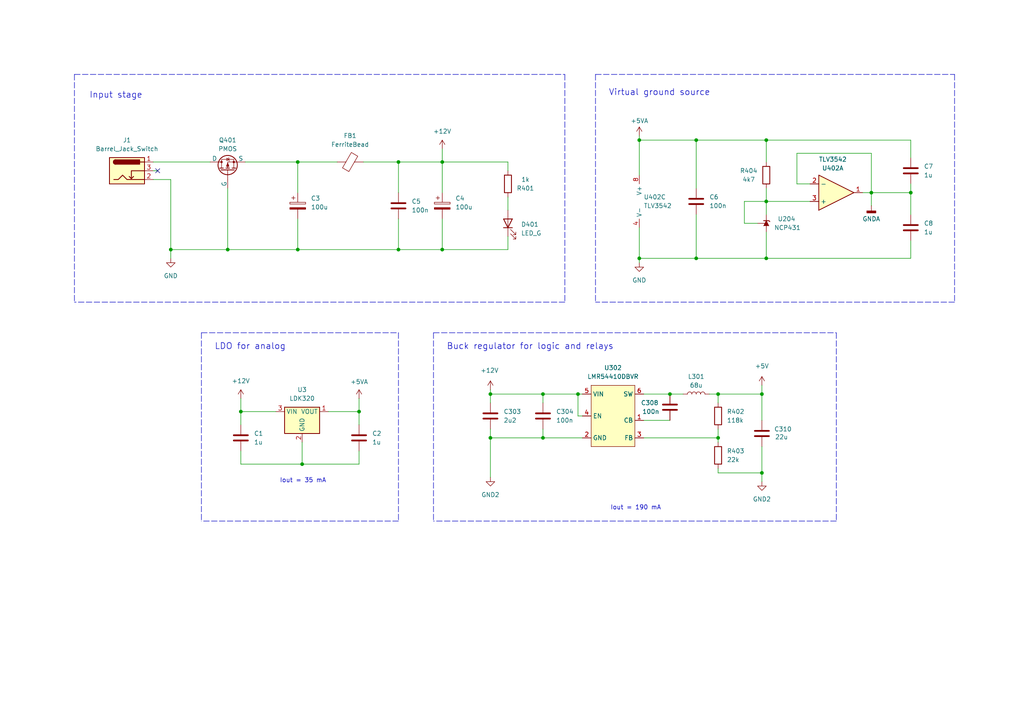
<source format=kicad_sch>
(kicad_sch (version 20250114) (generator "eeschema") (generator_version "9.0")
  (paper "A4")
  (lib_symbols
    (symbol "Connector:Barrel_Jack_Switch" (pin_names (hide yes))
      (property "Reference" "J" (at 0 5.334 0))
      (property "Value" "Barrel_Jack_Switch" (at 0 -5.08 0))
      (symbol "Barrel_Jack_Switch_0_1"
        (rectangle (start -5.08 3.81) (end 5.08 -3.81) (stroke (width 0.254)) (fill (type background)))
        (polyline (pts (xy -3.81 -2.54) (xy -2.54 -2.54) (xy -1.27 -1.27) (xy 0 -2.54) (xy 2.54 -2.54) (xy 5.08 -2.54)) (stroke (width 0.254)))
        (arc (start -3.302 1.905) (mid -3.9343 2.54) (end -3.302 3.175) (stroke (width 0.254)))
        (arc (start -3.302 1.905) (mid -3.9343 2.54) (end -3.302 3.175) (stroke (width 0.254)) (fill (type outline)))
        (polyline (pts (xy 1.27 -2.286) (xy 1.905 -1.651)) (stroke (width 0.254)))
        (rectangle (start 3.683 3.175) (end -3.302 1.905) (stroke (width 0.254)) (fill (type outline)))
        (polyline (pts (xy 5.08 2.54) (xy 3.81 2.54)) (stroke (width 0.254)))
        (polyline (pts (xy 5.08 0) (xy 1.27 0) (xy 1.27 -2.286) (xy 0.635 -1.651)) (stroke (width 0.254)))
      )
      (symbol "Barrel_Jack_Switch_1_1"
        (pin passive line (at 7.62 2.54 180) (length 2.54) (name "~") (number "1"))
        (pin passive line (at 7.62 0 180) (length 2.54) (name "~") (number "3"))
        (pin passive line (at 7.62 -2.54 180) (length 2.54) (name "~") (number "2"))
      )
    )
    (symbol "Device:C" (pin_numbers (hide yes)) (pin_names (offset 0.254))
      (property "Reference" "C" (at 0.635 2.54 0))
      (property "Value" "C" (at 0.635 -2.54 0))
      (symbol "C_0_1"
        (polyline (pts (xy -2.032 0.762) (xy 2.032 0.762)) (stroke (width 0.508)))
        (polyline (pts (xy -2.032 -0.762) (xy 2.032 -0.762)) (stroke (width 0.508)))
      )
      (symbol "C_1_1"
        (pin passive line (at 0 3.81 270) (length 2.794) (name "~") (number "1"))
        (pin passive line (at 0 -3.81 90) (length 2.794) (name "~") (number "2"))
      )
    )
    (symbol "Device:C_Polarized" (pin_numbers (hide yes)) (pin_names (offset 0.254))
      (property "Reference" "C" (at 0.635 2.54 0))
      (property "Value" "C_Polarized" (at 0.635 -2.54 0))
      (symbol "C_Polarized_0_1"
        (rectangle (start -2.286 0.508) (end 2.286 1.016))
        (polyline (pts (xy -1.778 2.286) (xy -0.762 2.286)))
        (polyline (pts (xy -1.27 2.794) (xy -1.27 1.778)))
        (rectangle (start 2.286 -0.508) (end -2.286 -1.016) (fill (type outline)))
      )
      (symbol "C_Polarized_1_1"
        (pin passive line (at 0 3.81 270) (length 2.794) (name "~") (number "1"))
        (pin passive line (at 0 -3.81 90) (length 2.794) (name "~") (number "2"))
      )
    )
    (symbol "Device:FerriteBead" (pin_numbers (hide yes)) (pin_names (offset 0))
      (property "Reference" "FB" (at -3.81 0.635 90))
      (property "Value" "FerriteBead" (at 3.81 0 90))
      (symbol "FerriteBead_0_1"
        (polyline (pts (xy -2.7686 0.4064) (xy -1.7018 2.2606) (xy 2.7686 -0.3048) (xy 1.6764 -2.159) (xy -2.7686 0.4064)))
        (polyline (pts (xy 0 1.27) (xy 0 1.2954)))
        (polyline (pts (xy 0 -1.27) (xy 0 -1.2192)))
      )
      (symbol "FerriteBead_1_1"
        (pin passive line (at 0 3.81 270) (length 2.54) (name "~") (number "1"))
        (pin passive line (at 0 -3.81 90) (length 2.54) (name "~") (number "2"))
      )
    )
    (symbol "Device:L" (pin_numbers (hide yes)) (pin_names (offset 1.016) (hide yes))
      (property "Reference" "L" (at -1.27 0 90))
      (property "Value" "L" (at 1.905 0 90))
      (symbol "L_0_1"
        (arc (start 0 2.54) (mid 0.6323 1.905) (end 0 1.27))
        (arc (start 0 1.27) (mid 0.6323 0.635) (end 0 0))
        (arc (start 0 0) (mid 0.6323 -0.635) (end 0 -1.27))
        (arc (start 0 -1.27) (mid 0.6323 -1.905) (end 0 -2.54))
      )
      (symbol "L_1_1"
        (pin passive line (at 0 3.81 270) (length 1.27) (name "1") (number "1"))
        (pin passive line (at 0 -3.81 90) (length 1.27) (name "2") (number "2"))
      )
    )
    (symbol "Device:LED" (pin_numbers (hide yes)) (pin_names (offset 1.016) (hide yes))
      (property "Reference" "D" (at 0 2.54 0))
      (property "Value" "LED" (at 0 -2.54 0))
      (symbol "LED_0_1"
        (polyline (pts (xy -3.048 -0.762) (xy -4.572 -2.286) (xy -3.81 -2.286) (xy -4.572 -2.286) (xy -4.572 -1.524)))
        (polyline (pts (xy -1.778 -0.762) (xy -3.302 -2.286) (xy -2.54 -2.286) (xy -3.302 -2.286) (xy -3.302 -1.524)))
        (polyline (pts (xy -1.27 0) (xy 1.27 0)))
        (polyline (pts (xy -1.27 -1.27) (xy -1.27 1.27)) (stroke (width 0.254)))
        (polyline (pts (xy 1.27 -1.27) (xy 1.27 1.27) (xy -1.27 0) (xy 1.27 -1.27)) (stroke (width 0.254)))
      )
      (symbol "LED_1_1"
        (pin passive line (at -3.81 0 0) (length 2.54) (name "K") (number "1"))
        (pin passive line (at 3.81 0 180) (length 2.54) (name "A") (number "2"))
      )
    )
    (symbol "Device:R" (pin_numbers (hide yes)) (pin_names (offset 0))
      (property "Reference" "R" (at 2.032 0 90))
      (property "Value" "R" (at 0 0 90))
      (symbol "R_0_1"
        (rectangle (start -1.016 -2.54) (end 1.016 2.54) (stroke (width 0.254)))
      )
      (symbol "R_1_1"
        (pin passive line (at 0 3.81 270) (length 1.27) (name "~") (number "1"))
        (pin passive line (at 0 -3.81 90) (length 1.27) (name "~") (number "2"))
      )
    )
    (symbol "Reference_Voltage:TL431DBZ" (pin_numbers (hide yes)) (pin_names (hide yes))
      (property "Reference" "U" (at -2.54 2.54 0))
      (property "Value" "TL431DBZ" (at 0 -2.54 0))
      (symbol "TL431DBZ_0_1"
        (polyline (pts (xy -1.27 0) (xy 0 0) (xy 1.27 0)))
        (polyline (pts (xy -0.762 0.762) (xy 0.762 0) (xy -0.762 -0.762)) (fill (type outline)))
        (polyline (pts (xy 0.508 -1.016) (xy 0.762 -0.762) (xy 0.762 0.762) (xy 0.762 0.762)) (stroke (width 0.254)))
      )
      (symbol "TL431DBZ_1_1"
        (pin passive line (at -2.54 0 0) (length 2.54) (name "A") (number "3"))
        (pin passive line (at 0 2.54 270) (length 2.54) (name "REF") (number "2"))
        (pin passive line (at 2.54 0 180) (length 2.54) (name "K") (number "1"))
      )
    )
    (symbol "Simulation_SPICE:PMOS" (pin_numbers (hide yes)) (pin_names (offset 0))
      (property "Reference" "Q" (at 5.08 1.27 0))
      (property "Value" "PMOS" (at 5.08 -1.27 0))
      (symbol "PMOS_0_1"
        (polyline (pts (xy 0.254 1.905) (xy 0.254 -1.905)) (stroke (width 0.254)))
        (polyline (pts (xy 0.254 0) (xy -2.54 0)))
        (polyline (pts (xy 0.762 2.286) (xy 0.762 1.27)) (stroke (width 0.254)))
        (polyline (pts (xy 0.762 1.778) (xy 3.302 1.778) (xy 3.302 -1.778) (xy 0.762 -1.778)))
        (polyline (pts (xy 0.762 0.508) (xy 0.762 -0.508)) (stroke (width 0.254)))
        (polyline (pts (xy 0.762 -1.27) (xy 0.762 -2.286)) (stroke (width 0.254)))
        (circle (center 1.651 0) (radius 2.794) (stroke (width 0.254)))
        (polyline (pts (xy 2.286 0) (xy 1.27 0.381) (xy 1.27 -0.381) (xy 2.286 0)) (fill (type outline)))
        (polyline (pts (xy 2.54 2.54) (xy 2.54 1.778)))
        (circle (center 2.54 1.778) (radius 0.254) (fill (type outline)))
        (circle (center 2.54 -1.778) (radius 0.254) (fill (type outline)))
        (polyline (pts (xy 2.54 -2.54) (xy 2.54 0) (xy 0.762 0)))
        (polyline (pts (xy 2.794 -0.508) (xy 2.921 -0.381) (xy 3.683 -0.381) (xy 3.81 -0.254)))
        (polyline (pts (xy 3.302 -0.381) (xy 2.921 0.254) (xy 3.683 0.254) (xy 3.302 -0.381)))
      )
      (symbol "PMOS_1_1"
        (pin input line (at -5.08 0 0) (length 2.54) (name "G") (number "2"))
        (pin passive line (at 2.54 5.08 270) (length 2.54) (name "D") (number "1"))
        (pin passive line (at 2.54 -5.08 90) (length 2.54) (name "S") (number "3"))
      )
    )
    (symbol "power:+12V" (power) (pin_numbers (hide yes)) (pin_names (offset 0) (hide yes))
      (property "Value" "+12V" (at 0 3.556 0))
      (symbol "+12V_0_1"
        (polyline (pts (xy -0.762 1.27) (xy 0 2.54)))
        (polyline (pts (xy 0 2.54) (xy 0.762 1.27)))
        (polyline (pts (xy 0 0) (xy 0 2.54)))
      )
      (symbol "+12V_1_1"
        (pin power_in line (at 0 0 90) (length 0) (name "~") (number "1"))
      )
    )
    (symbol "power:+3V3" (power) (pin_names (offset 0))
      (property "Value" "+3V3" (at 0 3.556 0))
      (symbol "+3V3_0_1"
        (polyline (pts (xy -0.762 1.27) (xy 0 2.54)))
        (polyline (pts (xy 0 2.54) (xy 0.762 1.27)))
        (polyline (pts (xy 0 0) (xy 0 2.54)))
      )
      (symbol "+3V3_1_1"
        (pin power_in line (at 0 0 90) (length 0) (hide yes) (name "+3V3") (number "1"))
      )
    )
    (symbol "power:GND" (power) (pin_numbers (hide yes)) (pin_names (offset 0) (hide yes))
      (property "Value" "GND" (at 0 -3.81 0))
      (symbol "GND_0_1"
        (polyline (pts (xy 0 0) (xy 0 -1.27) (xy 1.27 -1.27) (xy 0 -2.54) (xy -1.27 -1.27) (xy 0 -1.27)))
      )
      (symbol "GND_1_1"
        (pin power_in line (at 0 0 270) (length 0) (name "~") (number "1"))
      )
    )
    (symbol "power:GND2" (power) (pin_names (offset 0))
      (property "Value" "GND2" (at 0 -3.81 0))
      (symbol "GND2_0_1"
        (polyline (pts (xy 0 0) (xy 0 -1.27) (xy 1.27 -1.27) (xy 0 -2.54) (xy -1.27 -1.27) (xy 0 -1.27)))
      )
      (symbol "GND2_1_1"
        (pin power_in line (at 0 0 270) (length 0) (hide yes) (name "GND2") (number "1"))
      )
    )
    (symbol "power:GNDD" (power) (pin_numbers (hide yes)) (pin_names (offset 0) (hide yes))
      (property "Value" "GNDD" (at 0 -3.175 0))
      (symbol "GNDD_0_1"
        (rectangle (start -1.27 -1.524) (end 1.27 -2.032) (stroke (width 0.254)) (fill (type outline)))
        (polyline (pts (xy 0 0) (xy 0 -1.524)))
      )
      (symbol "GNDD_1_1"
        (pin power_in line (at 0 0 270) (length 0) (name "~") (number "1"))
      )
    )
    (symbol "power:VDC" (power) (pin_names (offset 0))
      (property "Value" "VDC" (at 0 6.35 0))
      (symbol "VDC_0_1"
        (polyline (pts (xy -0.762 1.27) (xy 0 2.54)))
        (polyline (pts (xy 0 2.54) (xy 0.762 1.27)))
        (polyline (pts (xy 0 0) (xy 0 2.54)))
      )
      (symbol "VDC_1_1"
        (pin power_in line (at 0 0 90) (length 0) (hide yes) (name "VDC") (number "1"))
      )
    )
    (symbol "w-analog-ic:TLV3542"
      (property "Reference" "U" (at 2.54 8.382 0))
      (property "Value" "TLV3542" (at 5.334 5.588 0))
      (symbol "TLV3542_1_1"
        (polyline (pts (xy -3.81 5.08) (xy 6.35 0) (xy -3.81 -5.08) (xy -3.81 5.08)) (stroke (width 0.254)) (fill (type background)))
        (pin input line (at -6.35 2.54 0) (length 2.54) (name "+") (number "3"))
        (pin input line (at -6.35 -2.54 0) (length 2.54) (name "-") (number "2"))
        (pin output line (at 8.89 0 180) (length 2.54) (name "~") (number "1"))
      )
      (symbol "TLV3542_2_1"
        (polyline (pts (xy -3.81 5.08) (xy 6.35 0) (xy -3.81 -5.08) (xy -3.81 5.08)) (stroke (width 0.254)) (fill (type background)))
        (pin input line (at -6.35 2.54 0) (length 2.54) (name "+") (number "5"))
        (pin input line (at -6.35 -2.54 0) (length 2.54) (name "-") (number "6"))
        (pin output line (at 8.89 0 180) (length 2.54) (name "~") (number "7"))
      )
      (symbol "TLV3542_3_1"
        (pin power_in line (at 0 7.62 270) (length 2.54) (name "V+") (number "8"))
        (pin power_in line (at 0 -7.62 90) (length 2.54) (name "V-") (number "4"))
      )
    )
    (symbol "w-regulator:LDK320"
      (property "Reference" "U" (at -3.048 7.874 0))
      (property "Value" "LDK320" (at 0 5.588 0))
      (symbol "LDK320_0_1"
        (rectangle (start -5.08 3.81) (end 5.08 -3.81) (stroke (width 0.254)) (fill (type background)))
      )
      (symbol "LDK320_1_1"
        (pin power_in line (at -7.62 2.54 0) (length 2.54) (name "VIN") (number "3"))
        (pin power_in line (at 0 -6.35 90) (length 2.54) (name "GND") (number "2"))
        (pin power_out line (at 7.62 2.54 180) (length 2.54) (name "VOUT") (number "1"))
      )
    )
    (symbol "w-regulator:LMR544xx"
      (property "Reference" "U" (at 0 -10.16 0))
      (property "Value" "LMR544xx" (at 0 -10.16 0))
      (symbol "LMR544xx_0_1"
        (rectangle (start -6.35 10.16) (end 6.35 -7.62) (fill (type background)))
      )
      (symbol "LMR544xx_1_1"
        (pin power_in line (at -8.89 7.62 0) (length 2.54) (name "VIN") (number "5"))
        (pin passive line (at -8.89 1.27 0) (length 2.54) (name "EN") (number "4"))
        (pin power_in line (at -8.89 -5.08 0) (length 2.54) (name "GND") (number "2"))
        (pin power_out line (at 8.89 7.62 180) (length 2.54) (name "SW") (number "6"))
        (pin passive line (at 8.89 0 180) (length 2.54) (name "CB") (number "1"))
        (pin passive line (at 8.89 -5.08 180) (length 2.54) (name "FB") (number "3"))
      )
    )
  )
  (text "Iout = 190 mA" (at 184.404 147.32 0) (effects (font (size 1.27 1.27))))
  (text "Buck regulator for logic and relays" (at 129.54 101.6 0) (effects (font (size 1.778 1.778)) (justify left bottom)))
  (text "LDO for analog" (at 62.23 101.6 0) (effects (font (size 1.778 1.778)) (justify left bottom)))
  (text "Iout = 35 mA" (at 87.884 139.446 0) (effects (font (size 1.27 1.27))))
  (text "Virtual ground source" (at 176.53 27.94 0) (effects (font (size 1.778 1.778)) (justify left bottom)))
  (text "Input stage" (at 25.908 28.702 0) (effects (font (size 1.778 1.778)) (justify left bottom)))
  (junction (at 264.16 55.88))
  (junction (at 128.27 72.39))
  (junction (at 142.24 114.3))
  (junction (at 252.73 55.88))
  (junction (at 222.25 58.42))
  (junction (at 87.63 134.62))
  (junction (at 201.93 40.64))
  (junction (at 157.48 114.3))
  (junction (at 208.28 127))
  (junction (at 220.98 137.16))
  (junction (at 69.85 119.38))
  (junction (at 194.31 114.3))
  (junction (at 115.57 72.39))
  (junction (at 185.42 74.93))
  (junction (at 115.57 46.99))
  (junction (at 86.36 46.99))
  (junction (at 222.25 74.93))
  (junction (at 220.98 114.3))
  (junction (at 222.25 40.64))
  (junction (at 66.04 72.39))
  (junction (at 142.24 127))
  (junction (at 201.93 74.93))
  (junction (at 104.14 119.38))
  (junction (at 167.64 114.3))
  (junction (at 208.28 114.3))
  (junction (at 157.48 127))
  (junction (at 128.27 46.99))
  (junction (at 49.53 72.39))
  (junction (at 86.36 72.39))
  (junction (at 185.42 40.64))
  (no_connect (at 45.72 49.53))
  (wire (pts (xy 222.25 40.64) (xy 264.16 40.64)))
  (wire (pts (xy 66.04 72.39) (xy 86.36 72.39)))
  (wire (pts (xy 44.45 52.07) (xy 49.53 52.07)))
  (polyline (pts (xy 115.57 151.13) (xy 58.42 151.13)) (stroke (width 0) (type dash)))
  (wire (pts (xy 215.9 58.42) (xy 222.25 58.42)))
  (wire (pts (xy 215.9 64.77) (xy 215.9 58.42)))
  (wire (pts (xy 86.36 46.99) (xy 97.79 46.99)))
  (polyline (pts (xy 21.59 21.59) (xy 163.83 21.59)) (stroke (width 0) (type dash)))
  (wire (pts (xy 219.71 64.77) (xy 215.9 64.77)))
  (wire (pts (xy 142.24 127) (xy 157.48 127)))
  (wire (pts (xy 185.42 76.2) (xy 185.42 74.93)))
  (wire (pts (xy 222.25 40.64) (xy 222.25 46.99)))
  (wire (pts (xy 167.64 114.3) (xy 168.91 114.3)))
  (polyline (pts (xy 21.59 21.59) (xy 21.59 87.63)) (stroke (width 0) (type dash)))
  (wire (pts (xy 208.28 137.16) (xy 208.28 135.89)))
  (wire (pts (xy 222.25 58.42) (xy 234.95 58.42)))
  (wire (pts (xy 147.32 46.99) (xy 147.32 49.53)))
  (polyline (pts (xy 125.73 96.52) (xy 125.73 151.13)) (stroke (width 0) (type dash)))
  (wire (pts (xy 220.98 139.7) (xy 220.98 137.16)))
  (wire (pts (xy 220.98 114.3) (xy 208.28 114.3)))
  (wire (pts (xy 142.24 127) (xy 142.24 138.43)))
  (wire (pts (xy 186.69 127) (xy 208.28 127)))
  (polyline (pts (xy 58.42 96.52) (xy 115.57 96.52)) (stroke (width 0) (type dash)))
  (wire (pts (xy 69.85 134.62) (xy 87.63 134.62)))
  (wire (pts (xy 115.57 46.99) (xy 128.27 46.99)))
  (wire (pts (xy 147.32 72.39) (xy 128.27 72.39)))
  (wire (pts (xy 205.74 114.3) (xy 208.28 114.3)))
  (wire (pts (xy 252.73 55.88) (xy 264.16 55.88)))
  (wire (pts (xy 252.73 55.88) (xy 252.73 59.69)))
  (wire (pts (xy 208.28 137.16) (xy 220.98 137.16)))
  (wire (pts (xy 104.14 115.57) (xy 104.14 119.38)))
  (wire (pts (xy 222.25 54.61) (xy 222.25 58.42)))
  (wire (pts (xy 87.63 134.62) (xy 104.14 134.62)))
  (wire (pts (xy 142.24 114.3) (xy 157.48 114.3)))
  (polyline (pts (xy 58.42 96.52) (xy 58.42 151.13)) (stroke (width 0) (type dash)))
  (wire (pts (xy 95.25 119.38) (xy 104.14 119.38)))
  (wire (pts (xy 69.85 130.81) (xy 69.85 134.62)))
  (wire (pts (xy 128.27 46.99) (xy 147.32 46.99)))
  (wire (pts (xy 104.14 119.38) (xy 104.14 123.19)))
  (wire (pts (xy 186.69 114.3) (xy 194.31 114.3)))
  (wire (pts (xy 222.25 67.31) (xy 222.25 74.93)))
  (wire (pts (xy 194.31 114.3) (xy 198.12 114.3)))
  (wire (pts (xy 104.14 134.62) (xy 104.14 130.81)))
  (polyline (pts (xy 172.72 21.59) (xy 276.86 21.59)) (stroke (width 0) (type dash)))
  (wire (pts (xy 186.69 121.92) (xy 194.31 121.92)))
  (polyline (pts (xy 125.73 96.52) (xy 242.57 96.52)) (stroke (width 0) (type dash)))
  (wire (pts (xy 185.42 40.64) (xy 201.93 40.64)))
  (wire (pts (xy 201.93 40.64) (xy 222.25 40.64)))
  (polyline (pts (xy 276.86 87.63) (xy 172.72 87.63)) (stroke (width 0) (type dash)))
  (wire (pts (xy 201.93 40.64) (xy 201.93 54.61)))
  (wire (pts (xy 49.53 72.39) (xy 66.04 72.39)))
  (wire (pts (xy 157.48 114.3) (xy 157.48 116.84)))
  (wire (pts (xy 185.42 66.04) (xy 185.42 74.93)))
  (wire (pts (xy 185.42 40.64) (xy 185.42 50.8)))
  (wire (pts (xy 231.14 53.34) (xy 231.14 44.45)))
  (wire (pts (xy 49.53 52.07) (xy 49.53 72.39)))
  (wire (pts (xy 208.28 114.3) (xy 208.28 116.84)))
  (wire (pts (xy 128.27 46.99) (xy 128.27 55.88)))
  (wire (pts (xy 71.12 46.99) (xy 86.36 46.99)))
  (wire (pts (xy 222.25 74.93) (xy 264.16 74.93)))
  (wire (pts (xy 208.28 127) (xy 208.28 128.27)))
  (wire (pts (xy 220.98 121.92) (xy 220.98 114.3)))
  (wire (pts (xy 157.48 114.3) (xy 167.64 114.3)))
  (polyline (pts (xy 163.83 87.63) (xy 21.59 87.63)) (stroke (width 0) (type dash)))
  (wire (pts (xy 264.16 55.88) (xy 264.16 62.23)))
  (wire (pts (xy 185.42 39.37) (xy 185.42 40.64)))
  (wire (pts (xy 250.19 55.88) (xy 252.73 55.88)))
  (polyline (pts (xy 115.57 96.52) (xy 115.57 151.13)) (stroke (width 0) (type dash)))
  (wire (pts (xy 66.04 54.61) (xy 66.04 72.39)))
  (wire (pts (xy 87.63 128.27) (xy 87.63 134.62)))
  (wire (pts (xy 128.27 43.18) (xy 128.27 46.99)))
  (wire (pts (xy 44.45 46.99) (xy 60.96 46.99)))
  (wire (pts (xy 220.98 111.76) (xy 220.98 114.3)))
  (wire (pts (xy 49.53 72.39) (xy 49.53 74.93)))
  (wire (pts (xy 69.85 119.38) (xy 80.01 119.38)))
  (wire (pts (xy 168.91 120.65) (xy 167.64 120.65)))
  (wire (pts (xy 147.32 57.15) (xy 147.32 60.96)))
  (wire (pts (xy 86.36 46.99) (xy 86.36 55.88)))
  (wire (pts (xy 208.28 124.46) (xy 208.28 127)))
  (polyline (pts (xy 242.57 96.52) (xy 242.57 151.13)) (stroke (width 0) (type dash)))
  (wire (pts (xy 201.93 62.23) (xy 201.93 74.93)))
  (wire (pts (xy 167.64 120.65) (xy 167.64 114.3)))
  (polyline (pts (xy 242.57 151.13) (xy 125.73 151.13)) (stroke (width 0) (type dash)))
  (wire (pts (xy 142.24 113.03) (xy 142.24 114.3)))
  (wire (pts (xy 45.72 49.53) (xy 44.45 49.53)))
  (polyline (pts (xy 276.86 21.59) (xy 276.86 87.63)) (stroke (width 0) (type dash)))
  (wire (pts (xy 220.98 129.54) (xy 220.98 137.16)))
  (wire (pts (xy 128.27 72.39) (xy 128.27 63.5)))
  (wire (pts (xy 115.57 46.99) (xy 115.57 55.88)))
  (wire (pts (xy 234.95 53.34) (xy 231.14 53.34)))
  (wire (pts (xy 105.41 46.99) (xy 115.57 46.99)))
  (wire (pts (xy 264.16 40.64) (xy 264.16 45.72)))
  (wire (pts (xy 69.85 123.19) (xy 69.85 119.38)))
  (wire (pts (xy 86.36 63.5) (xy 86.36 72.39)))
  (wire (pts (xy 264.16 55.88) (xy 264.16 53.34)))
  (wire (pts (xy 142.24 124.46) (xy 142.24 127)))
  (wire (pts (xy 115.57 63.5) (xy 115.57 72.39)))
  (wire (pts (xy 201.93 74.93) (xy 222.25 74.93)))
  (wire (pts (xy 142.24 114.3) (xy 142.24 116.84)))
  (polyline (pts (xy 172.72 21.59) (xy 172.72 87.63)) (stroke (width 0) (type dash)))
  (wire (pts (xy 264.16 69.85) (xy 264.16 74.93)))
  (wire (pts (xy 231.14 44.45) (xy 252.73 44.45)))
  (wire (pts (xy 69.85 115.57) (xy 69.85 119.38)))
  (polyline (pts (xy 163.83 21.59) (xy 163.83 87.63)) (stroke (width 0) (type dash)))
  (wire (pts (xy 185.42 74.93) (xy 201.93 74.93)))
  (wire (pts (xy 157.48 124.46) (xy 157.48 127)))
  (wire (pts (xy 157.48 127) (xy 168.91 127)))
  (wire (pts (xy 86.36 72.39) (xy 115.57 72.39)))
  (wire (pts (xy 147.32 68.58) (xy 147.32 72.39)))
  (wire (pts (xy 222.25 58.42) (xy 222.25 62.23)))
  (wire (pts (xy 115.57 72.39) (xy 128.27 72.39)))
  (wire (pts (xy 252.73 44.45) (xy 252.73 55.88)))
  (symbol (lib_id "Device:LED") (at 147.32 64.77 90) (unit 1)
    (property "Reference" "D401" (at 151.13 65.0874 90) (effects (justify right)))
    (property "Value" "LED_G" (at 151.13 67.6274 90) (effects (justify right)))
    (property "Description" "Light emitting diode" (effects (hide yes)))
    (property "Sim.Pins" "1=K 2=A" (effects (hide yes)))
  )
  (symbol (lib_id "Device:R") (at 208.28 132.08 180) (unit 1)
    (property "Reference" "R403" (at 210.82 130.8099 0) (effects (justify right)))
    (property "Value" "22k" (at 210.82 133.3499 0) (effects (justify right)))
    (property "Footprint" "Resistor_SMD:R_0603_1608Metric" (effects (hide yes)))
  )
  (symbol (lib_id "power:+12V") (at 104.14 115.57 0) (unit 1)
    (property "Reference" "#PWR03" (effects (hide yes)))
    (property "Value" "+5VA" (at 101.6 110.744 0) (effects (justify left)))
    (property "Description" "Power symbol creates a global label with name \"+12V\"" (effects (hide yes)))
  )
  (symbol (lib_id "power:VDC") (at 142.24 113.03 0) (unit 1)
    (property "Reference" "#PWR0402" (effects (hide yes)))
    (property "Value" "+12V" (at 141.986 107.442 0))
  )
  (symbol (lib_id "power:+12V") (at 185.42 39.37 0) (unit 1)
    (property "Reference" "#PWR02" (effects (hide yes)))
    (property "Value" "+5VA" (at 182.88 35.052 0) (effects (justify left)))
    (property "Description" "Power symbol creates a global label with name \"+12V\"" (effects (hide yes)))
  )
  (symbol (lib_id "w-analog-ic:TLV3542") (at 185.42 58.42 0) (unit 3)
    (property "Reference" "U402" (at 186.69 57.1499 0) (effects (justify left)))
    (property "Value" "TLV3542" (at 186.69 59.6899 0) (effects (justify left)))
    (property "Footprint" "w-ic:SOIC-8" (effects (hide yes)))
    (property "Datasheet" "https://www.ti.com/lit/ds/symlink/tlv3544.pdf?ts=1756808751525" (effects (hide yes)))
    (property "Description" "Operational Amplifiers - Op Amps Dual 200MHz RRIO CMOS" (effects (hide yes)))
  )
  (symbol (lib_id "Device:C") (at 157.48 120.65 0) (unit 1)
    (property "Reference" "C304" (at 161.29 119.38 0) (effects (justify left)))
    (property "Value" "100n" (at 161.29 121.9201 0) (effects (justify left)))
    (property "Footprint" "Capacitor_SMD:C_0603_1608Metric" (effects (hide yes)))
  )
  (symbol (lib_id "Device:L") (at 201.93 114.3 90) (unit 1)
    (property "Reference" "L301" (at 201.93 109.22 90))
    (property "Value" "68u" (at 201.93 111.76 90))
    (property "Datasheet" "https://cz.mouser.com/datasheet/3/40/1/srn6045ta.pdf" (effects (hide yes)))
    (property "Store" "https://cz.mouser.com/ProductDetail/Bourns/SRN6045TA-680M?qs=Vt59ZOdFuWZwwb5da9XlfA%3D%3D" (effects (hide yes)))
  )
  (symbol (lib_id "Device:R") (at 222.25 50.8 0) (unit 1)
    (property "Reference" "R404" (at 217.17 49.53 0))
    (property "Value" "4k7" (at 217.17 52.07 0))
    (property "Description" "Resistor" (effects (hide yes)))
  )
  (symbol (lib_id "Device:C_Polarized") (at 86.36 59.69 0) (unit 1)
    (property "Reference" "C3" (at 90.17 57.5309 0) (effects (justify left)))
    (property "Value" "100u" (at 90.17 60.0709 0) (effects (justify left)))
    (property "Description" "Polarized capacitor" (effects (hide yes)))
  )
  (symbol (lib_id "power:GND") (at 49.53 74.93 0) (unit 1)
    (property "Reference" "#PWR04" (effects (hide yes)))
    (property "Value" "GND" (at 49.53 80.01 0))
    (property "Description" "Power symbol creates a global label with name \"GND\" , ground" (effects (hide yes)))
  )
  (symbol (lib_id "Device:C") (at 194.31 118.11 180) (unit 1)
    (property "Reference" "C308" (at 191.008 116.8401 0) (effects (justify left)))
    (property "Value" "100n" (at 191.262 119.38 0) (effects (justify left)))
    (property "Footprint" "Capacitor_SMD:C_0603_1608Metric" (effects (hide yes)))
  )
  (symbol (lib_id "Connector:Barrel_Jack_Switch") (at 36.83 49.53 0) (unit 1)
    (property "Reference" "J1" (at 36.83 40.64 0))
    (property "Value" "Barrel_Jack_Switch" (at 36.83 43.18 0))
    (property "Description" "DC Barrel Jack with an internal switch" (effects (hide yes)))
  )
  (symbol (lib_id "power:+12V") (at 128.27 43.18 0) (unit 1)
    (property "Reference" "#PWR01" (effects (hide yes)))
    (property "Value" "+12V" (at 128.27 38.1 0))
    (property "Description" "Power symbol creates a global label with name \"+12V\"" (effects (hide yes)))
  )
  (symbol (lib_id "Device:C") (at 69.85 127 0) (unit 1)
    (property "Reference" "C1" (at 73.66 125.7299 0) (effects (justify left)))
    (property "Value" "1u" (at 73.66 128.2699 0) (effects (justify left)))
    (property "Description" "Unpolarized capacitor" (effects (hide yes)))
  )
  (symbol (lib_id "Device:C") (at 104.14 127 0) (unit 1)
    (property "Reference" "C2" (at 107.95 125.7299 0) (effects (justify left)))
    (property "Value" "1u" (at 107.95 128.2699 0) (effects (justify left)))
    (property "Description" "Unpolarized capacitor" (effects (hide yes)))
  )
  (symbol (lib_id "Device:C") (at 201.93 58.42 0) (unit 1)
    (property "Reference" "C6" (at 205.74 57.1499 0) (effects (justify left)))
    (property "Value" "100n" (at 205.74 59.6899 0) (effects (justify left)))
    (property "Description" "Unpolarized capacitor" (effects (hide yes)))
  )
  (symbol (lib_id "Device:C") (at 264.16 49.53 0) (unit 1)
    (property "Reference" "C7" (at 267.97 48.2599 0) (effects (justify left)))
    (property "Value" "1u" (at 267.97 50.7999 0) (effects (justify left)))
    (property "Description" "Unpolarized capacitor" (effects (hide yes)))
  )
  (symbol (lib_id "Device:C") (at 220.98 125.73 0) (mirror x) (unit 1)
    (property "Reference" "C310" (at 224.536 124.4601 0) (effects (justify left)))
    (property "Value" "22u" (at 224.79 126.746 0) (effects (justify left)))
    (property "Footprint" "Capacitor_SMD:C_0603_1608Metric" (effects (hide yes)))
  )
  (symbol (lib_id "power:GNDD") (at 252.73 59.69 0) (unit 1)
    (property "Reference" "#PWR06" (effects (hide yes)))
    (property "Value" "GNDA" (at 252.73 63.5 0))
    (property "Description" "Power symbol creates a global label with name \"GNDD\" , digital ground" (effects (hide yes)))
  )
  (symbol (lib_id "Device:C") (at 115.57 59.69 0) (unit 1)
    (property "Reference" "C5" (at 119.38 58.4199 0) (effects (justify left)))
    (property "Value" "100n" (at 119.38 60.9599 0) (effects (justify left)))
    (property "Description" "Unpolarized capacitor" (effects (hide yes)))
  )
  (symbol (lib_id "power:+3V3") (at 220.98 111.76 0) (unit 1)
    (property "Reference" "#PWR0312" (effects (hide yes)))
    (property "Value" "+5V" (at 218.948 106.172 0) (effects (justify left)))
  )
  (symbol (lib_id "w-regulator:LDK320") (at 87.63 121.92 0) (unit 1)
    (property "Reference" "U3" (at 87.63 113.03 0))
    (property "Value" "LDK320" (at 87.63 115.57 0))
    (property "Footprint" "w-ic:SOT-89-3" (effects (hide yes)))
    (property "Datasheet" "https://www.st.com/resource/en/datasheet/ldk320.pdf" (effects (hide yes)))
    (property "Description" "200 mA high accuracy and high PSRR voltage regulator" (effects (hide yes)))
  )
  (symbol (lib_id "w-analog-ic:TLV3542") (at 241.3 55.88 0) (mirror x) (unit 1)
    (property "Reference" "U402" (at 241.554 48.768 0))
    (property "Value" "TLV3542" (at 241.554 46.228 0))
    (property "Footprint" "w-ic:SOIC-8" (effects (hide yes)))
    (property "Datasheet" "https://www.ti.com/lit/ds/symlink/tlv3544.pdf?ts=1756808751525" (effects (hide yes)))
    (property "Description" "Operational Amplifiers - Op Amps Dual 200MHz RRIO CMOS" (effects (hide yes)))
  )
  (symbol (lib_id "Simulation_SPICE:PMOS") (at 66.04 49.53 90) (unit 1)
    (property "Reference" "Q401" (at 66.04 40.64 90))
    (property "Value" "PMOS" (at 66.04 43.18 90))
    (property "Datasheet" "https://ngspice.sourceforge.io/docs/ngspice-html-manual/manual.xhtml#cha_MOSFETs" (effects (hide yes)))
    (property "Description" "P-MOSFET transistor, drain/source/gate" (effects (hide yes)))
    (property "Sim.Device" "PMOS" (effects (hide yes)))
    (property "Sim.Type" "VDMOS" (effects (hide yes)))
    (property "Sim.Pins" "1=D 2=G 3=S" (effects (hide yes)))
  )
  (symbol (lib_id "Device:R") (at 147.32 53.34 180) (unit 1)
    (property "Reference" "R401" (at 152.4 54.61 0))
    (property "Value" "1k" (at 152.4 52.07 0))
    (property "Description" "Resistor" (effects (hide yes)))
  )
  (symbol (lib_id "Reference_Voltage:TL431DBZ") (at 222.25 64.77 90) (unit 1)
    (property "Reference" "U204" (at 225.552 63.5 90) (effects (justify right)))
    (property "Value" "NCP431" (at 224.536 66.04 90) (effects (justify right)))
    (property "Footprint" "w-ic:SOT-23" (effects (hide yes)))
    (property "Datasheet" "http://www.ti.com/lit/ds/symlink/tl431.pdf" (effects (hide yes)))
  )
  (symbol (lib_id "Device:C") (at 264.16 66.04 0) (unit 1)
    (property "Reference" "C8" (at 267.97 64.7699 0) (effects (justify left)))
    (property "Value" "1u" (at 267.97 67.3099 0) (effects (justify left)))
    (property "Description" "Unpolarized capacitor" (effects (hide yes)))
  )
  (symbol (lib_id "power:GND2") (at 220.98 139.7 0) (unit 1)
    (property "Reference" "#PWR0314" (effects (hide yes)))
    (property "Value" "GND2" (at 220.98 144.78 0))
  )
  (symbol (lib_id "Device:C") (at 142.24 120.65 0) (unit 1)
    (property "Reference" "C303" (at 146.05 119.38 0) (effects (justify left)))
    (property "Value" "2u2" (at 146.05 121.9201 0) (effects (justify left)))
    (property "Footprint" "Capacitor_SMD:C_0603_1608Metric" (effects (hide yes)))
  )
  (symbol (lib_id "w-regulator:LMR544xx") (at 177.8 121.92 0) (unit 1)
    (property "Reference" "U302" (at 177.8 106.68 0))
    (property "Value" "LMR54410DBVR" (at 177.8 109.22 0))
    (property "Footprint" "w-ic:SOP-6" (effects (hide yes)))
    (property "Datasheet" "https://www.ti.com/lit/ds/symlink/lmr54406.pdf?ts=1704723598045&ref_url=https%253A%252F%252Fwww.ti.com%252Fproduct%252FLMR54406" (effects (hide yes)))
  )
  (symbol (lib_id "power:GND2") (at 142.24 138.43 0) (unit 1)
    (property "Reference" "#PWR0403" (effects (hide yes)))
    (property "Value" "GND2" (at 142.24 143.51 0))
  )
  (symbol (lib_id "Device:FerriteBead") (at 101.6 46.99 90) (unit 1)
    (property "Reference" "FB1" (at 101.5492 39.37 90))
    (property "Value" "FerriteBead" (at 101.5492 41.91 90))
    (property "Description" "Ferrite bead" (effects (hide yes)))
  )
  (symbol (lib_id "power:GND") (at 185.42 76.2 0) (unit 1)
    (property "Reference" "#PWR05" (effects (hide yes)))
    (property "Value" "GND" (at 185.42 81.28 0))
    (property "Description" "Power symbol creates a global label with name \"GND\" , ground" (effects (hide yes)))
  )
  (symbol (lib_id "Device:C_Polarized") (at 128.27 59.69 0) (unit 1)
    (property "Reference" "C4" (at 132.08 57.5309 0) (effects (justify left)))
    (property "Value" "100u" (at 132.08 60.0709 0) (effects (justify left)))
    (property "Description" "Polarized capacitor" (effects (hide yes)))
  )
  (symbol (lib_id "Device:R") (at 208.28 120.65 180) (unit 1)
    (property "Reference" "R402" (at 210.82 119.3799 0) (effects (justify right)))
    (property "Value" "118k" (at 210.82 121.9199 0) (effects (justify right)))
    (property "Footprint" "Resistor_SMD:R_0603_1608Metric" (effects (hide yes)))
  )
  (symbol (lib_id "power:+12V") (at 69.85 115.57 0) (unit 1)
    (property "Reference" "#PWR0401" (effects (hide yes)))
    (property "Value" "+12V" (at 69.85 110.49 0))
    (property "Description" "Power symbol creates a global label with name \"+12V\"" (effects (hide yes)))
  )
)
</source>
